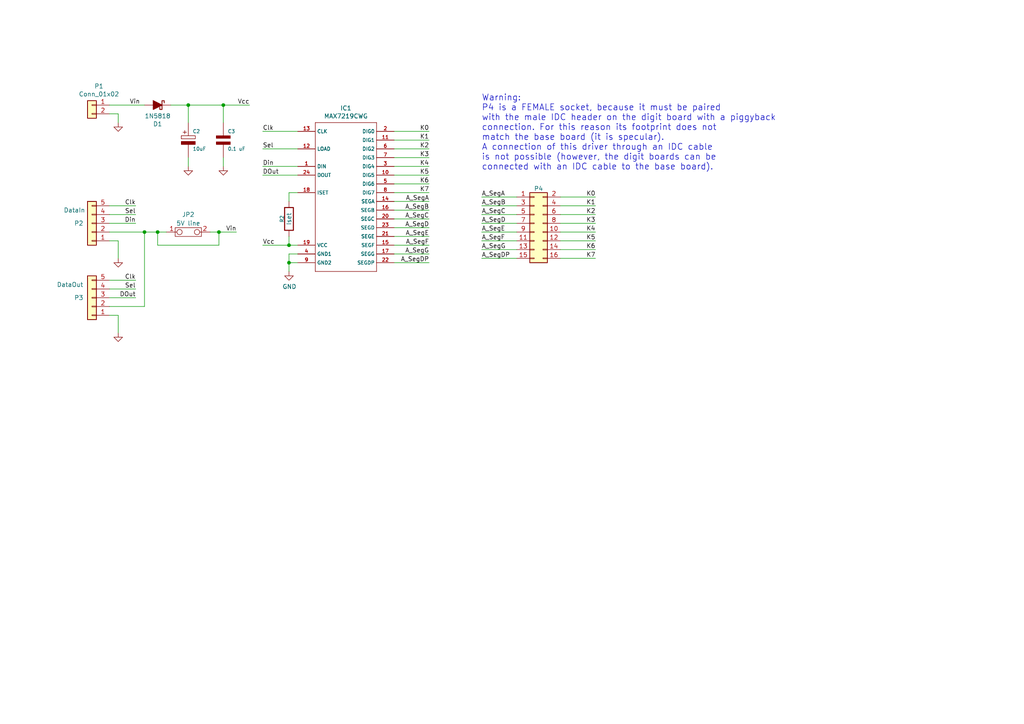
<source format=kicad_sch>
(kicad_sch (version 20211123) (generator eeschema)
  (paper "A4")
  (lib_symbols
    (symbol "Connector_Generic:Conn_01x02" (pin_names hide)
      (property "Reference" "J" (at 0 2.54 0))
      (property "Value" "Conn_01x02" (at 0 -5.08 0))
      (symbol "Conn_01x02_1_1"
        (rectangle (start -1.27 -2.413) (end 0 -2.667))
        (rectangle (start -1.27 0.127) (end 0 -0.127))
        (rectangle (start -1.27 1.27) (end 1.27 -3.81) (stroke (width 0.254)) (fill (type background)))
        (pin passive line (at -5.08 0 0) (length 3.81) (name "Pin_1") (number "1"))
        (pin passive line (at -5.08 -2.54 0) (length 3.81) (name "Pin_2") (number "2"))
      )
    )
    (symbol "Connector_Generic:Conn_01x05" (pin_names hide)
      (property "Reference" "J" (at 0 7.62 0))
      (property "Value" "Conn_01x05" (at 0 -7.62 0))
      (symbol "Conn_01x05_1_1"
        (rectangle (start -1.27 -4.953) (end 0 -5.207))
        (rectangle (start -1.27 -2.413) (end 0 -2.667))
        (rectangle (start -1.27 0.127) (end 0 -0.127))
        (rectangle (start -1.27 2.667) (end 0 2.413))
        (rectangle (start -1.27 5.207) (end 0 4.953))
        (rectangle (start -1.27 6.35) (end 1.27 -6.35) (stroke (width 0.254)) (fill (type background)))
        (pin passive line (at -5.08 5.08 0) (length 3.81) (name "Pin_1") (number "1"))
        (pin passive line (at -5.08 2.54 0) (length 3.81) (name "Pin_2") (number "2"))
        (pin passive line (at -5.08 0 0) (length 3.81) (name "Pin_3") (number "3"))
        (pin passive line (at -5.08 -2.54 0) (length 3.81) (name "Pin_4") (number "4"))
        (pin passive line (at -5.08 -5.08 0) (length 3.81) (name "Pin_5") (number "5"))
      )
    )
    (symbol "Connector_Generic:Conn_02x08_Odd_Even" (pin_names (offset 1.016) hide)
      (property "Reference" "J" (at 1.27 10.16 0))
      (property "Value" "Conn_02x08_Odd_Even" (at 1.27 -12.7 0))
      (symbol "Conn_02x08_Odd_Even_1_1"
        (rectangle (start -1.27 -10.033) (end 0 -10.287) (stroke (width 0.1524)))
        (rectangle (start -1.27 -7.493) (end 0 -7.747) (stroke (width 0.1524)))
        (rectangle (start -1.27 -4.953) (end 0 -5.207) (stroke (width 0.1524)))
        (rectangle (start -1.27 -2.413) (end 0 -2.667) (stroke (width 0.1524)))
        (rectangle (start -1.27 0.127) (end 0 -0.127) (stroke (width 0.1524)))
        (rectangle (start -1.27 2.667) (end 0 2.413) (stroke (width 0.1524)))
        (rectangle (start -1.27 5.207) (end 0 4.953) (stroke (width 0.1524)))
        (rectangle (start -1.27 7.747) (end 0 7.493) (stroke (width 0.1524)))
        (rectangle (start -1.27 8.89) (end 3.81 -11.43) (stroke (width 0.254)) (fill (type background)))
        (rectangle (start 3.81 -10.033) (end 2.54 -10.287) (stroke (width 0.1524)))
        (rectangle (start 3.81 -7.493) (end 2.54 -7.747) (stroke (width 0.1524)))
        (rectangle (start 3.81 -4.953) (end 2.54 -5.207) (stroke (width 0.1524)))
        (rectangle (start 3.81 -2.413) (end 2.54 -2.667) (stroke (width 0.1524)))
        (rectangle (start 3.81 0.127) (end 2.54 -0.127) (stroke (width 0.1524)))
        (rectangle (start 3.81 2.667) (end 2.54 2.413) (stroke (width 0.1524)))
        (rectangle (start 3.81 5.207) (end 2.54 4.953) (stroke (width 0.1524)))
        (rectangle (start 3.81 7.747) (end 2.54 7.493) (stroke (width 0.1524)))
        (pin passive line (at -5.08 7.62 0) (length 3.81) (name "Pin_1") (number "1"))
        (pin passive line (at 7.62 -2.54 180) (length 3.81) (name "Pin_10") (number "10"))
        (pin passive line (at -5.08 -5.08 0) (length 3.81) (name "Pin_11") (number "11"))
        (pin passive line (at 7.62 -5.08 180) (length 3.81) (name "Pin_12") (number "12"))
        (pin passive line (at -5.08 -7.62 0) (length 3.81) (name "Pin_13") (number "13"))
        (pin passive line (at 7.62 -7.62 180) (length 3.81) (name "Pin_14") (number "14"))
        (pin passive line (at -5.08 -10.16 0) (length 3.81) (name "Pin_15") (number "15"))
        (pin passive line (at 7.62 -10.16 180) (length 3.81) (name "Pin_16") (number "16"))
        (pin passive line (at 7.62 7.62 180) (length 3.81) (name "Pin_2") (number "2"))
        (pin passive line (at -5.08 5.08 0) (length 3.81) (name "Pin_3") (number "3"))
        (pin passive line (at 7.62 5.08 180) (length 3.81) (name "Pin_4") (number "4"))
        (pin passive line (at -5.08 2.54 0) (length 3.81) (name "Pin_5") (number "5"))
        (pin passive line (at 7.62 2.54 180) (length 3.81) (name "Pin_6") (number "6"))
        (pin passive line (at -5.08 0 0) (length 3.81) (name "Pin_7") (number "7"))
        (pin passive line (at 7.62 0 180) (length 3.81) (name "Pin_8") (number "8"))
        (pin passive line (at -5.08 -2.54 0) (length 3.81) (name "Pin_9") (number "9"))
      )
    )
    (symbol "Device:D_Schottky_ALT" (pin_numbers hide) (pin_names hide)
      (property "Reference" "D" (at 0 2.54 0))
      (property "Value" "D_Schottky_ALT" (at 0 -2.54 0))
      (symbol "D_Schottky_ALT_0_1"
        (polyline (pts (xy 1.27 0) (xy -1.27 0)))
        (polyline (pts (xy 1.27 1.27) (xy 1.27 -1.27) (xy -1.27 0) (xy 1.27 1.27)) (stroke (width 0.254)) (fill (type outline)))
        (polyline (pts (xy -1.905 0.635) (xy -1.905 1.27) (xy -1.27 1.27) (xy -1.27 -1.27) (xy -0.635 -1.27) (xy -0.635 -0.635)) (stroke (width 0.254)))
      )
      (symbol "D_Schottky_ALT_1_1"
        (pin passive line (at -3.81 0 0) (length 2.54) (name "K") (number "1"))
        (pin passive line (at 3.81 0 180) (length 2.54) (name "A") (number "2"))
      )
    )
    (symbol "GCC_Switches:JUMPER2"
      (property "Reference" "JP" (at 7.62 3.81 0))
      (property "Value" "JUMPER2" (at 7.62 -3.81 0))
      (symbol "JUMPER2_0_1"
        (rectangle (start 2.54 1.27) (end 10.16 -1.27))
        (circle (center 3.81 0) (radius 0.762))
        (circle (center 8.89 0) (radius 0.762))
      )
      (symbol "JUMPER2_1_1"
        (pin passive line (at 0 0 0) (length 3.048) (name "~") (number "1"))
        (pin passive line (at 12.7 0 180) (length 3.048) (name "~") (number "2"))
      )
    )
    (symbol "GCC_device:C" (pin_numbers hide) (pin_names (offset 0.254))
      (property "Reference" "C" (at 1.27 2.54 0))
      (property "Value" "C" (at 1.27 -2.54 0))
      (symbol "C_0_1"
        (rectangle (start -2.032 -0.508) (end 2.032 -1.27) (fill (type outline)))
        (rectangle (start -2.032 1.27) (end 2.032 0.508) (fill (type outline)))
      )
      (symbol "C_1_1"
        (pin passive line (at 0 5.08 270) (length 3.81) (name "~") (number "1"))
        (pin passive line (at 0 -5.08 90) (length 3.81) (name "~") (number "2"))
      )
    )
    (symbol "GCC_device:CP" (pin_numbers hide) (pin_names (offset 0.254) hide)
      (property "Reference" "C" (at 1.27 2.54 0))
      (property "Value" "CP" (at 1.27 -2.54 0))
      (symbol "CP_0_1"
        (rectangle (start -2.032 -0.381) (end 2.032 -1.27) (fill (type outline)))
        (rectangle (start -2.032 1.27) (end 2.032 0.381))
        (polyline (pts (xy -1.524 2.286) (xy -0.508 2.286) (xy -0.508 2.286)))
        (polyline (pts (xy -1.016 2.794) (xy -1.016 1.778) (xy -1.016 2.032)))
      )
      (symbol "CP_1_1"
        (pin passive line (at 0 5.08 270) (length 3.81) (name "~") (number "1"))
        (pin passive line (at 0 -5.08 90) (length 3.81) (name "~") (number "2"))
      )
    )
    (symbol "GCC_device:R" (pin_numbers hide) (pin_names (offset 0))
      (property "Reference" "R" (at 3.302 0 90))
      (property "Value" "R" (at 0 0 90))
      (symbol "R_0_1"
        (rectangle (start -1.27 3.302) (end 1.27 -3.302) (stroke (width 0.3048)))
      )
      (symbol "R_1_1"
        (pin passive line (at 0 5.08 270) (length 1.778) (name "~") (number "1"))
        (pin passive line (at 0 -5.08 90) (length 1.778) (name "~") (number "2"))
      )
    )
    (symbol "GCC_drivers:MAX7219CNG"
      (property "Reference" "IC" (at -10.16 20.955 0))
      (property "Value" "MAX7219CNG" (at -10.16 -25.4 0))
      (symbol "MAX7219CNG_1_0"
        (polyline (pts (xy -10.16 -22.86) (xy 7.62 -22.86)))
        (polyline (pts (xy -10.16 20.32) (xy -10.16 -22.86)))
        (polyline (pts (xy 7.62 -22.86) (xy 7.62 20.32)))
        (polyline (pts (xy 7.62 20.32) (xy -10.16 20.32)))
      )
      (symbol "MAX7219CNG_1_1"
        (pin input line (at -15.24 7.62 0) (length 5.08) (name "DIN") (number "1"))
        (pin output line (at 12.7 5.08 180) (length 5.08) (name "DIG5") (number "10"))
        (pin output line (at 12.7 15.24 180) (length 5.08) (name "DIG1") (number "11"))
        (pin input line (at -15.24 12.7 0) (length 5.08) (name "LOAD") (number "12"))
        (pin input line (at -15.24 17.78 0) (length 5.08) (name "CLK") (number "13"))
        (pin output line (at 12.7 -2.54 180) (length 5.08) (name "SEGA") (number "14"))
        (pin output line (at 12.7 -15.24 180) (length 5.08) (name "SEGF") (number "15"))
        (pin output line (at 12.7 -5.08 180) (length 5.08) (name "SEGB") (number "16"))
        (pin output line (at 12.7 -17.78 180) (length 5.08) (name "SEGG") (number "17"))
        (pin input line (at -15.24 0 0) (length 5.08) (name "ISET") (number "18"))
        (pin power_in line (at -15.24 -15.24 0) (length 5.08) (name "VCC") (number "19"))
        (pin output line (at 12.7 17.78 180) (length 5.08) (name "DIG0") (number "2"))
        (pin output line (at 12.7 -7.62 180) (length 5.08) (name "SEGC") (number "20"))
        (pin output line (at 12.7 -12.7 180) (length 5.08) (name "SEGE") (number "21"))
        (pin output line (at 12.7 -20.32 180) (length 5.08) (name "SEGDP") (number "22"))
        (pin output line (at 12.7 -10.16 180) (length 5.08) (name "SEGD") (number "23"))
        (pin output line (at -15.24 5.08 0) (length 5.08) (name "DOUT") (number "24"))
        (pin output line (at 12.7 7.62 180) (length 5.08) (name "DIG4") (number "3"))
        (pin power_in line (at -15.24 -17.78 0) (length 5.08) (name "GND1") (number "4"))
        (pin output line (at 12.7 2.54 180) (length 5.08) (name "DIG6") (number "5"))
        (pin output line (at 12.7 12.7 180) (length 5.08) (name "DIG2") (number "6"))
        (pin output line (at 12.7 10.16 180) (length 5.08) (name "DIG3") (number "7"))
        (pin output line (at 12.7 0 180) (length 5.08) (name "DIG7") (number "8"))
        (pin power_in line (at -15.24 -20.32 0) (length 5.08) (name "GND2") (number "9"))
      )
    )
    (symbol "power:GND" (power) (pin_names (offset 0))
      (property "Value" "GND" (at 0 -3.81 0))
      (symbol "GND_0_1"
        (polyline (pts (xy 0 0) (xy 0 -1.27) (xy 1.27 -1.27) (xy 0 -2.54) (xy -1.27 -1.27) (xy 0 -1.27)))
      )
      (symbol "GND_1_1"
        (pin power_in line (at 0 0 270) (length 0) hide (name "GND") (number "1"))
      )
    )
  )
  (junction (at 63.5 67.31))
  (junction (at 83.82 76.2))
  (junction (at 54.61 30.48))
  (junction (at 41.91 67.31))
  (junction (at 64.77 30.48))
  (junction (at 83.82 71.12))
  (junction (at 45.72 67.31))
  (wire (pts (xy 64.77 30.48) (xy 72.39 30.48)))
  (wire (pts (xy 114.3 50.8) (xy 124.46 50.8)))
  (wire (pts (xy 45.72 71.12) (xy 63.5 71.12)))
  (wire (pts (xy 31.75 69.85) (xy 34.29 69.85)))
  (wire (pts (xy 114.3 43.18) (xy 124.46 43.18)))
  (wire (pts (xy 124.46 66.04) (xy 114.3 66.04)))
  (wire (pts (xy 39.37 64.77) (xy 31.75 64.77)))
  (wire (pts (xy 83.82 76.2) (xy 83.82 78.74)))
  (wire (pts (xy 76.2 71.12) (xy 83.82 71.12)))
  (wire (pts (xy 162.56 59.69) (xy 172.72 59.69)))
  (wire (pts (xy 83.82 58.42) (xy 83.82 55.88)))
  (wire (pts (xy 31.75 33.02) (xy 34.29 33.02)))
  (wire (pts (xy 34.29 91.44) (xy 34.29 96.52)))
  (wire (pts (xy 124.46 73.66) (xy 114.3 73.66)))
  (wire (pts (xy 139.7 64.77) (xy 149.86 64.77)))
  (wire (pts (xy 139.7 62.23) (xy 149.86 62.23)))
  (wire (pts (xy 63.5 67.31) (xy 68.58 67.31)))
  (wire (pts (xy 124.46 58.42) (xy 114.3 58.42)))
  (wire (pts (xy 76.2 48.26) (xy 86.36 48.26)))
  (wire (pts (xy 41.91 67.31) (xy 41.91 88.9)))
  (wire (pts (xy 83.82 68.58) (xy 83.82 71.12)))
  (wire (pts (xy 124.46 71.12) (xy 114.3 71.12)))
  (wire (pts (xy 124.46 63.5) (xy 114.3 63.5)))
  (wire (pts (xy 39.37 86.36) (xy 31.75 86.36)))
  (wire (pts (xy 162.56 69.85) (xy 172.72 69.85)))
  (wire (pts (xy 31.75 88.9) (xy 41.91 88.9)))
  (wire (pts (xy 83.82 55.88) (xy 86.36 55.88)))
  (wire (pts (xy 76.2 43.18) (xy 86.36 43.18)))
  (wire (pts (xy 41.91 67.31) (xy 45.72 67.31)))
  (wire (pts (xy 45.72 67.31) (xy 48.26 67.31)))
  (wire (pts (xy 139.7 59.69) (xy 149.86 59.69)))
  (wire (pts (xy 63.5 71.12) (xy 63.5 67.31)))
  (wire (pts (xy 139.7 67.31) (xy 149.86 67.31)))
  (wire (pts (xy 45.72 67.31) (xy 45.72 71.12)))
  (wire (pts (xy 49.53 30.48) (xy 54.61 30.48)))
  (wire (pts (xy 114.3 38.1) (xy 124.46 38.1)))
  (wire (pts (xy 124.46 60.96) (xy 114.3 60.96)))
  (wire (pts (xy 124.46 76.2) (xy 114.3 76.2)))
  (wire (pts (xy 76.2 50.8) (xy 86.36 50.8)))
  (wire (pts (xy 162.56 74.93) (xy 172.72 74.93)))
  (wire (pts (xy 162.56 57.15) (xy 172.72 57.15)))
  (wire (pts (xy 54.61 30.48) (xy 54.61 35.56)))
  (wire (pts (xy 124.46 68.58) (xy 114.3 68.58)))
  (wire (pts (xy 39.37 62.23) (xy 31.75 62.23)))
  (wire (pts (xy 34.29 33.02) (xy 34.29 35.56)))
  (wire (pts (xy 83.82 71.12) (xy 86.36 71.12)))
  (wire (pts (xy 54.61 30.48) (xy 64.77 30.48)))
  (wire (pts (xy 114.3 45.72) (xy 124.46 45.72)))
  (wire (pts (xy 139.7 57.15) (xy 149.86 57.15)))
  (wire (pts (xy 162.56 62.23) (xy 172.72 62.23)))
  (wire (pts (xy 86.36 76.2) (xy 83.82 76.2)))
  (wire (pts (xy 83.82 73.66) (xy 83.82 76.2)))
  (wire (pts (xy 76.2 38.1) (xy 86.36 38.1)))
  (wire (pts (xy 86.36 73.66) (xy 83.82 73.66)))
  (wire (pts (xy 114.3 53.34) (xy 124.46 53.34)))
  (wire (pts (xy 64.77 45.72) (xy 64.77 48.26)))
  (wire (pts (xy 31.75 67.31) (xy 41.91 67.31)))
  (wire (pts (xy 139.7 69.85) (xy 149.86 69.85)))
  (wire (pts (xy 31.75 30.48) (xy 41.91 30.48)))
  (wire (pts (xy 60.96 67.31) (xy 63.5 67.31)))
  (wire (pts (xy 54.61 45.72) (xy 54.61 48.26)))
  (wire (pts (xy 162.56 72.39) (xy 172.72 72.39)))
  (wire (pts (xy 114.3 40.64) (xy 124.46 40.64)))
  (wire (pts (xy 39.37 83.82) (xy 31.75 83.82)))
  (wire (pts (xy 162.56 64.77) (xy 172.72 64.77)))
  (wire (pts (xy 114.3 48.26) (xy 124.46 48.26)))
  (wire (pts (xy 34.29 69.85) (xy 34.29 74.93)))
  (wire (pts (xy 139.7 74.93) (xy 149.86 74.93)))
  (wire (pts (xy 162.56 67.31) (xy 172.72 67.31)))
  (wire (pts (xy 114.3 55.88) (xy 124.46 55.88)))
  (wire (pts (xy 39.37 81.28) (xy 31.75 81.28)))
  (wire (pts (xy 139.7 72.39) (xy 149.86 72.39)))
  (wire (pts (xy 31.75 91.44) (xy 34.29 91.44)))
  (wire (pts (xy 39.37 59.69) (xy 31.75 59.69)))
  (wire (pts (xy 64.77 30.48) (xy 64.77 35.56)))
  (text "Warning:\nP4 is a FEMALE socket, because it must be paired\nwith the male IDC header on the digit board with a piggyback\nconnection. For this reason its footprint does not\nmatch the base board (it is specular).\nA connection of this driver through an IDC cable\nis not possible (however, the digit boards can be \nconnected with an IDC cable to the base board)." (at 139.7 49.53 0) (effects (font (size 1.778 1.778)) (justify left bottom)))
  (label "K6" (at 172.72 72.39 180))
  (label "Clk" (at 39.37 81.28 180))
  (label "A_SegE" (at 124.46 68.58 180))
  (label "A_SegF" (at 139.7 69.85 0))
  (label "Sel" (at 39.37 83.82 180))
  (label "K6" (at 124.46 53.34 180))
  (label "K3" (at 124.46 45.72 180))
  (label "K1" (at 172.72 59.69 180))
  (label "K7" (at 172.72 74.93 180))
  (label "K4" (at 172.72 67.31 180))
  (label "A_SegD" (at 139.7 64.77 0))
  (label "A_SegD" (at 124.46 66.04 180))
  (label "DOut" (at 76.2 50.8 0))
  (label "A_SegA" (at 124.46 58.42 180))
  (label "Vcc" (at 72.39 30.48 180))
  (label "K5" (at 124.46 50.8 180))
  (label "K2" (at 124.46 43.18 180))
  (label "K5" (at 172.72 69.85 180))
  (label "A_SegA" (at 139.7 57.15 0))
  (label "K7" (at 124.46 55.88 180))
  (label "A_SegC" (at 124.46 63.5 180))
  (label "A_SegC" (at 139.7 62.23 0))
  (label "A_SegDP" (at 124.46 76.2 180))
  (label "A_SegF" (at 124.46 71.12 180))
  (label "Vin" (at 68.58 67.31 180))
  (label "A_SegB" (at 139.7 59.69 0))
  (label "A_SegG" (at 139.7 72.39 0))
  (label "K0" (at 124.46 38.1 180))
  (label "A_SegB" (at 124.46 60.96 180))
  (label "A_SegDP" (at 139.7 74.93 0))
  (label "K4" (at 124.46 48.26 180))
  (label "Din" (at 76.2 48.26 0))
  (label "K3" (at 172.72 64.77 180))
  (label "Sel" (at 76.2 43.18 0))
  (label "Sel" (at 39.37 62.23 180))
  (label "Vcc" (at 76.2 71.12 0))
  (label "Clk" (at 39.37 59.69 180))
  (label "K2" (at 172.72 62.23 180))
  (label "Clk" (at 76.2 38.1 0))
  (label "A_SegE" (at 139.7 67.31 0))
  (label "K1" (at 124.46 40.64 180))
  (label "A_SegG" (at 124.46 73.66 180))
  (label "K0" (at 172.72 57.15 180))
  (label "DOut" (at 39.37 86.36 180))
  (label "Vin" (at 40.64 30.48 180))
  (label "Din" (at 39.37 64.77 180))
  (symbol (lib_id "power:GND") (at 83.82 78.74 0) (unit 1)
    (property "Reference" "#PWR02" (effects hide))
    (property "Value" "GND" (at 83.947 83.1342 0))
  )
  (symbol (lib_id "Connector_Generic:Conn_01x05") (at 26.67 64.77 180) (unit 1)
    (property "Reference" "P2" (at 22.86 64.77 0))
    (property "Value" "DataIn" (at 21.59 60.96 0))
    (property "Footprint" "Connector_JST:JST_XH_B5B-XH-A_1x05_P2.50mm_Vertical" (effects hide))
  )
  (symbol (lib_id "power:GND") (at 34.29 74.93 0) (unit 1)
    (property "Reference" "#PWR03" (effects hide))
    (property "Value" "GND" (effects hide))
    (property "Source" "ANY" (effects hide))
    (property "Critical" "N" (effects hide))
  )
  (symbol (lib_id "power:GND") (at 34.29 96.52 0) (unit 1)
    (property "Reference" "#PWR011" (effects hide))
    (property "Value" "GND" (effects hide))
    (property "Source" "ANY" (effects hide))
    (property "Critical" "N" (effects hide))
  )
  (symbol (lib_id "Connector_Generic:Conn_01x05") (at 26.67 86.36 180) (unit 1)
    (property "Reference" "P3" (at 22.86 86.36 0))
    (property "Value" "DataOut" (at 20.32 82.55 0))
    (property "Footprint" "Connector_JST:JST_XH_B5B-XH-A_1x05_P2.50mm_Vertical" (effects hide))
  )
  (symbol (lib_id "GCC_Switches:JUMPER2") (at 48.26 67.31 0) (unit 1)
    (property "Reference" "JP2" (at 54.61 62.23 0))
    (property "Value" "5V line" (at 54.61 64.77 0))
    (property "Footprint" "Jumper:SolderJumper-2_P1.3mm_Bridged_Pad1.0x1.5mm" (effects hide))
  )
  (symbol (lib_id "GCC_drivers:MAX7219CNG") (at 101.6 55.88 0) (unit 1)
    (property "Reference" "IC1" (at 100.33 31.369 0))
    (property "Value" "MAX7219CWG" (at 100.33 33.6804 0))
    (property "Footprint" "Package_SO:SOIC-24W_7.5x15.4mm_P1.27mm" (effects hide))
  )
  (symbol (lib_id "GCC_device:R") (at 83.82 63.5 180) (unit 1)
    (property "Reference" "R2" (at 81.788 63.5 90) (effects (font (size 1.016 1.016))))
    (property "Value" "Iset" (at 83.82 63.5 90))
    (property "Footprint" "Resistor_THT:R_Axial_DIN0207_L6.3mm_D2.5mm_P10.16mm_Horizontal" (effects hide))
    (property "Characteristics" "RESISTOR, METAL GLAZE/THICK FILM, 0.125W, 1%" (effects hide))
  )
  (symbol (lib_id "GCC_device:C") (at 64.77 40.64 0) (unit 1)
    (property "Reference" "C3" (at 66.04 38.1 0) (effects (font (size 1.016 1.016)) (justify left)))
    (property "Value" "0.1 uF" (at 66.04 43.18 0) (effects (font (size 1.016 1.016)) (justify left)))
    (property "Footprint" "Capacitor_SMD:C_1206_3216Metric_Pad1.42x1.75mm_HandSolder" (effects hide))
    (property "Characteristics" "CAPACITOR, CERAMIC, MULTILAYER, 100 V, X7R, 0.1 uF, SURFACE MOUNT, 0805, CHIP, ROHS COMPLIANT" (effects hide))
  )
  (symbol (lib_id "power:GND") (at 34.29 35.56 0) (unit 1)
    (property "Reference" "#PWR04" (effects hide))
    (property "Value" "GND" (effects hide))
    (property "Source" "ANY" (effects hide))
    (property "Critical" "N" (effects hide))
  )
  (symbol (lib_id "power:GND") (at 54.61 48.26 0) (unit 1)
    (property "Reference" "#PWR08" (effects hide))
    (property "Value" "GND" (effects hide))
    (property "Source" "ANY" (effects hide))
    (property "Critical" "N" (effects hide))
  )
  (symbol (lib_id "power:GND") (at 64.77 48.26 0) (unit 1)
    (property "Reference" "#PWR09" (effects hide))
    (property "Value" "GND" (effects hide))
    (property "Source" "ANY" (effects hide))
    (property "Critical" "N" (effects hide))
  )
  (symbol (lib_id "GCC_device:CP") (at 54.61 40.64 0) (unit 1)
    (property "Reference" "C2" (at 55.88 38.1 0) (effects (font (size 1.016 1.016)) (justify left)))
    (property "Value" "10uF" (at 55.88 43.18 0) (effects (font (size 1.016 1.016)) (justify left)))
    (property "Footprint" "Capacitor_THT:CP_Radial_D5.0mm_P2.50mm" (effects hide))
    (property "Characteristics" "CAPACITOR, ALUMINUM ELECTROLYTIC, NON SOLID, POLARIZED, 50 V, 47 uF, SURFACE MOUNT, 3131, CHIP, ROHS COMPLIANT" (effects hide))
    (property "Notes" "ESR between 0.33Ω and 22Ω" (effects hide))
  )
  (symbol (lib_id "Device:D_Schottky_ALT") (at 45.72 30.48 0) (mirror y) (unit 1)
    (property "Reference" "D1" (at 45.72 35.9664 0))
    (property "Value" "1N5818" (at 45.72 33.655 0))
    (property "Footprint" "Diode_SMD:D_SMA_Handsoldering" (effects hide))
  )
  (symbol (lib_id "Connector_Generic:Conn_02x08_Odd_Even") (at 154.94 64.77 0) (unit 1)
    (property "Reference" "P4" (at 156.21 54.7172 0))
    (property "Value" "Conn_02x08_Odd_Even" (effects hide))
    (property "Footprint" "Connector_PinSocket_2.54mm:PinSocket_2x08_P2.54mm_Vertical_SMD" (effects hide))
  )
  (symbol (lib_id "Connector_Generic:Conn_01x02") (at 26.67 30.48 0) (mirror y) (unit 1)
    (property "Reference" "P1" (at 28.702 24.9998 0))
    (property "Value" "Conn_01x02" (at 28.702 27.2985 0))
    (property "Footprint" "Connector_PinHeader_2.54mm:PinHeader_1x02_P2.54mm_Vertical" (effects hide))
  )
)
</source>
